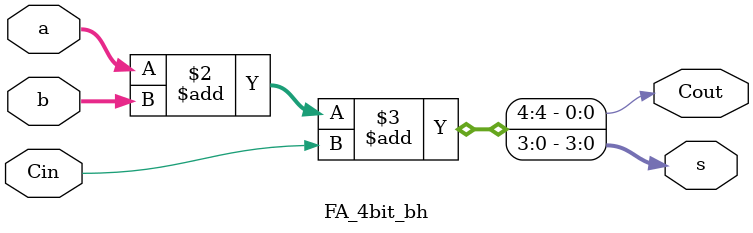
<source format=v>

`timescale 1ps / 1ps
									   

module FA_4bit_bh ( s ,Cout ,a ,b ,Cin );

	input [3:0] a ,b;
	input Cin;
	
	output reg [3:0] s;
	output reg Cout;
	
	always @(a ,b ,Cin)
		begin
			{Cout, s} = a + b +Cin;
		end

endmodule

</source>
